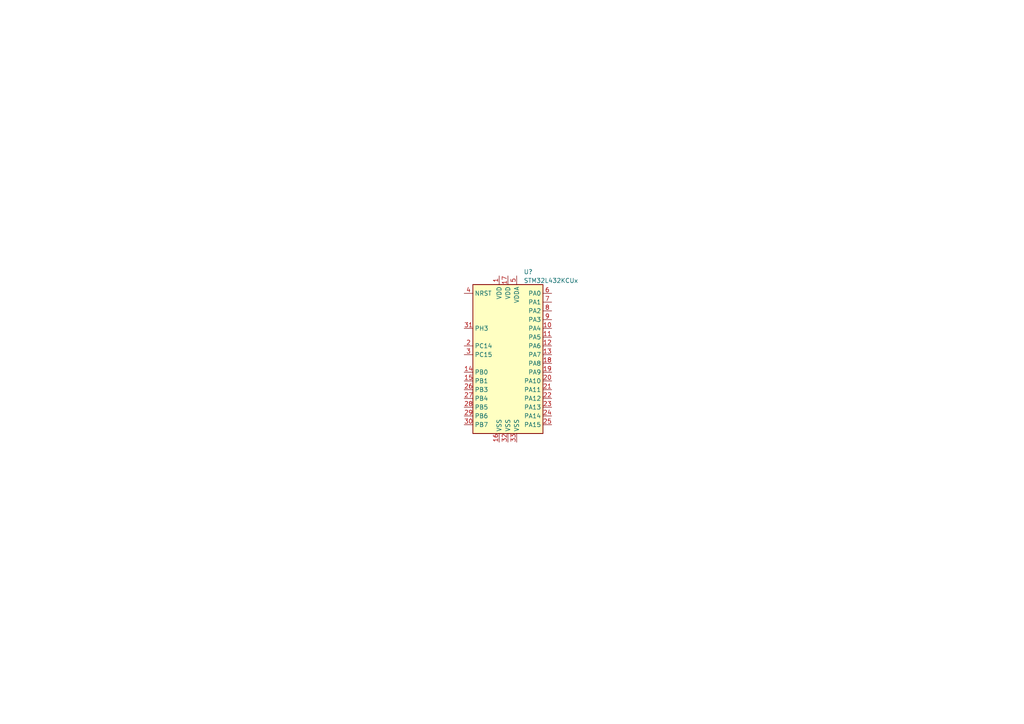
<source format=kicad_sch>
(kicad_sch (version 20211123) (generator eeschema)
  (paper "A4")
  (title_block (title "BUTCube - Sun sensor") (date "2022-06-16") (rev "v1.0") (company "VUT - FIT(STRaDe) & FME(IAE & IPE)") (comment 1 "Author: Petr Malaník"))
  (lib_symbols
    (symbol "Connector:TestPoint" (pin_numbers hide) (pin_names (offset 0.762) hide)
      (property "Reference" "TP" (at 0 6.858 0))
      (property "Value" "TestPoint" (at 0 5.08 0))
      (symbol "TestPoint_0_1"
        (circle (center 0 3.302) (radius 0.762))
      )
      (symbol "TestPoint_1_1"
        (pin passive line (at 0 0 90) (length 2.54) (name "1") (number "1"))
      )
    )
    (symbol "Connector_Generic_MountingPin:Conn_01x03_MountingPin" (pin_names (offset 1.016) hide)
      (property "Reference" "J" (at 0 5.08 0))
      (property "Value" "Conn_01x03_MountingPin" (at 1.27 -5.08 0))
      (symbol "Conn_01x03_MountingPin_1_1"
        (rectangle (start -1.27 -2.413) (end 0 -2.667) (stroke (width 0.1524)))
        (rectangle (start -1.27 0.127) (end 0 -0.127) (stroke (width 0.1524)))
        (rectangle (start -1.27 2.667) (end 0 2.413) (stroke (width 0.1524)))
        (rectangle (start -1.27 3.81) (end 1.27 -3.81) (stroke (width 0.254)) (fill (type background)))
        (polyline (pts (xy -1.016 -4.572) (xy 1.016 -4.572)) (stroke (width 0.1524)))
        (text "Mounting" (at 0 -4.191 0) (effects (font (size 0.381 0.381))))
        (pin passive line (at -5.08 2.54 0) (length 3.81) (name "Pin_1") (number "1"))
        (pin passive line (at -5.08 0 0) (length 3.81) (name "Pin_2") (number "2"))
        (pin passive line (at -5.08 -2.54 0) (length 3.81) (name "Pin_3") (number "3"))
        (pin passive line (at 0 -7.62 90) (length 3.048) (name "MountPin") (number "MP"))
      )
    )
    (symbol "Connector_Generic_MountingPin:Conn_01x04_MountingPin" (pin_names (offset 1.016) hide)
      (property "Reference" "J" (at 0 5.08 0))
      (property "Value" "Conn_01x04_MountingPin" (at 1.27 -7.62 0))
      (symbol "Conn_01x04_MountingPin_1_1"
        (rectangle (start -1.27 -4.953) (end 0 -5.207) (stroke (width 0.1524)))
        (rectangle (start -1.27 -2.413) (end 0 -2.667) (stroke (width 0.1524)))
        (rectangle (start -1.27 0.127) (end 0 -0.127) (stroke (width 0.1524)))
        (rectangle (start -1.27 2.667) (end 0 2.413) (stroke (width 0.1524)))
        (rectangle (start -1.27 3.81) (end 1.27 -6.35) (stroke (width 0.254)) (fill (type background)))
        (polyline (pts (xy -1.016 -7.112) (xy 1.016 -7.112)) (stroke (width 0.1524)))
        (text "Mounting" (at 0 -6.731 0) (effects (font (size 0.381 0.381))))
        (pin passive line (at -5.08 2.54 0) (length 3.81) (name "Pin_1") (number "1"))
        (pin passive line (at -5.08 0 0) (length 3.81) (name "Pin_2") (number "2"))
        (pin passive line (at -5.08 -2.54 0) (length 3.81) (name "Pin_3") (number "3"))
        (pin passive line (at -5.08 -5.08 0) (length 3.81) (name "Pin_4") (number "4"))
        (pin passive line (at 0 -10.16 90) (length 3.048) (name "MountPin") (number "MP"))
      )
    )
    (symbol "Device:C" (pin_numbers hide) (pin_names (offset 0.254))
      (property "Reference" "C" (at 0.635 2.54 0))
      (property "Value" "C" (at 0.635 -2.54 0))
      (symbol "C_0_1"
        (polyline (pts (xy -2.032 -0.762) (xy 2.032 -0.762)) (stroke (width 0.508)))
        (polyline (pts (xy -2.032 0.762) (xy 2.032 0.762)) (stroke (width 0.508)))
      )
      (symbol "C_1_1"
        (pin passive line (at 0 3.81 270) (length 2.794) (name "~") (number "1"))
        (pin passive line (at 0 -3.81 90) (length 2.794) (name "~") (number "2"))
      )
    )
    (symbol "Device:LED" (pin_numbers hide) (pin_names (offset 1.016) hide)
      (property "Reference" "D" (at 0 2.54 0))
      (property "Value" "LED" (at 0 -2.54 0))
      (symbol "LED_0_1"
        (polyline (pts (xy -1.27 -1.27) (xy -1.27 1.27)) (stroke (width 0.254)))
        (polyline (pts (xy -1.27 0) (xy 1.27 0)))
        (polyline (pts (xy 1.27 -1.27) (xy 1.27 1.27) (xy -1.27 0) (xy 1.27 -1.27)) (stroke (width 0.254)))
        (polyline (pts (xy -3.048 -0.762) (xy -4.572 -2.286) (xy -3.81 -2.286) (xy -4.572 -2.286) (xy -4.572 -1.524)))
        (polyline (pts (xy -1.778 -0.762) (xy -3.302 -2.286) (xy -2.54 -2.286) (xy -3.302 -2.286) (xy -3.302 -1.524)))
      )
      (symbol "LED_1_1"
        (pin passive line (at -3.81 0 0) (length 2.54) (name "K") (number "1"))
        (pin passive line (at 3.81 0 180) (length 2.54) (name "A") (number "2"))
      )
    )
    (symbol "Device:R" (pin_numbers hide) (pin_names (offset 0))
      (property "Reference" "R" (at 2.032 0 90))
      (property "Value" "R" (at 0 0 90))
      (symbol "R_0_1"
        (rectangle (start -1.016 -2.54) (end 1.016 2.54) (stroke (width 0.254)))
      )
      (symbol "R_1_1"
        (pin passive line (at 0 3.81 270) (length 1.27) (name "~") (number "1"))
        (pin passive line (at 0 -3.81 90) (length 1.27) (name "~") (number "2"))
      )
    )
    (symbol "Interface_CAN_LIN:SN65HVD230" (pin_names (offset 1.016))
      (property "Reference" "U" (at -2.54 10.16 0))
      (property "Value" "SN65HVD230" (at -2.54 7.62 0))
      (symbol "SN65HVD230_0_1"
        (rectangle (start -7.62 5.08) (end 7.62 -7.62) (stroke (width 0.254)) (fill (type background)))
      )
      (symbol "SN65HVD230_1_1"
        (pin input line (at -10.16 2.54 0) (length 2.54) (name "D") (number "1"))
        (pin power_in line (at 0 -10.16 90) (length 2.54) (name "GND") (number "2"))
        (pin power_in line (at 0 7.62 270) (length 2.54) (name "VCC") (number "3"))
        (pin output line (at -10.16 0 0) (length 2.54) (name "R") (number "4"))
        (pin output line (at -10.16 -2.54 0) (length 2.54) (name "Vref") (number "5"))
        (pin bidirectional line (at 10.16 -2.54 180) (length 2.54) (name "CANL") (number "6"))
        (pin bidirectional line (at 10.16 0 180) (length 2.54) (name "CANH") (number "7"))
        (pin input line (at -10.16 -5.08 0) (length 2.54) (name "Rs") (number "8"))
      )
    )
    (symbol "Jumper:Jumper_2_Open" (pin_names (offset 0) hide)
      (property "Reference" "JP" (at 0 2.794 0))
      (property "Value" "Jumper_2_Open" (at 0 -2.286 0))
      (symbol "Jumper_2_Open_0_0"
        (circle (center -2.032 0) (radius 0.508))
        (circle (center 2.032 0) (radius 0.508))
      )
      (symbol "Jumper_2_Open_0_1"
        (arc (start 1.524 1.27) (mid 0 1.778) (end -1.524 1.27))
      )
      (symbol "Jumper_2_Open_1_1"
        (pin passive line (at -5.08 0 0) (length 2.54) (name "A") (number "1"))
        (pin passive line (at 5.08 0 180) (length 2.54) (name "B") (number "2"))
      )
    )
    (symbol "LED_1" (pin_numbers hide) (pin_names (offset 1.016) hide)
      (property "Reference" "D" (at 0 2.54 0))
      (property "Value" "LED_1" (at 0 -2.54 0))
      (symbol "LED_1_0_1"
        (polyline (pts (xy -1.27 -1.27) (xy -1.27 1.27)) (stroke (width 0.254)))
        (polyline (pts (xy -1.27 0) (xy 1.27 0)))
        (polyline (pts (xy 1.27 -1.27) (xy 1.27 1.27) (xy -1.27 0) (xy 1.27 -1.27)) (stroke (width 0.254)))
        (polyline (pts (xy -3.048 -0.762) (xy -4.572 -2.286) (xy -3.81 -2.286) (xy -4.572 -2.286) (xy -4.572 -1.524)))
        (polyline (pts (xy -1.778 -0.762) (xy -3.302 -2.286) (xy -2.54 -2.286) (xy -3.302 -2.286) (xy -3.302 -1.524)))
      )
      (symbol "LED_1_1_1"
        (pin passive line (at -3.81 0 0) (length 2.54) (name "K") (number "1"))
        (pin passive line (at 3.81 0 180) (length 2.54) (name "A") (number "2"))
      )
    )
    (symbol "MCU_ST_STM32L4:STM32L432KCUx"
      (property "Reference" "U" (at -10.16 21.59 0))
      (property "Value" "STM32L432KCUx" (at 5.08 21.59 0))
      (symbol "STM32L432KCUx_0_1"
        (rectangle (start -10.16 -22.86) (end 10.16 20.32) (stroke (width 0.254)) (fill (type background)))
      )
      (symbol "STM32L432KCUx_1_1"
        (pin power_in line (at -2.54 22.86 270) (length 2.54) (name "VDD") (number "1"))
        (pin bidirectional line (at 12.7 7.62 180) (length 2.54) (name "PA4") (number "10"))
        (pin bidirectional line (at 12.7 5.08 180) (length 2.54) (name "PA5") (number "11"))
        (pin bidirectional line (at 12.7 2.54 180) (length 2.54) (name "PA6") (number "12"))
        (pin bidirectional line (at 12.7 0 180) (length 2.54) (name "PA7") (number "13"))
        (pin bidirectional line (at -12.7 -5.08 0) (length 2.54) (name "PB0") (number "14"))
        (pin bidirectional line (at -12.7 -7.62 0) (length 2.54) (name "PB1") (number "15"))
        (pin power_in line (at -2.54 -25.4 90) (length 2.54) (name "VSS") (number "16"))
        (pin power_in line (at 0 22.86 270) (length 2.54) (name "VDD") (number "17"))
        (pin bidirectional line (at 12.7 -2.54 180) (length 2.54) (name "PA8") (number "18"))
        (pin bidirectional line (at 12.7 -5.08 180) (length 2.54) (name "PA9") (number "19"))
        (pin bidirectional line (at -12.7 2.54 0) (length 2.54) (name "PC14") (number "2"))
        (pin bidirectional line (at 12.7 -7.62 180) (length 2.54) (name "PA10") (number "20"))
        (pin bidirectional line (at 12.7 -10.16 180) (length 2.54) (name "PA11") (number "21"))
        (pin bidirectional line (at 12.7 -12.7 180) (length 2.54) (name "PA12") (number "22"))
        (pin bidirectional line (at 12.7 -15.24 180) (length 2.54) (name "PA13") (number "23"))
        (pin bidirectional line (at 12.7 -17.78 180) (length 2.54) (name "PA14") (number "24"))
        (pin bidirectional line (at 12.7 -20.32 180) (length 2.54) (name "PA15") (number "25"))
        (pin bidirectional line (at -12.7 -10.16 0) (length 2.54) (name "PB3") (number "26"))
        (pin bidirectional line (at -12.7 -12.7 0) (length 2.54) (name "PB4") (number "27"))
        (pin bidirectional line (at -12.7 -15.24 0) (length 2.54) (name "PB5") (number "28"))
        (pin bidirectional line (at -12.7 -17.78 0) (length 2.54) (name "PB6") (number "29"))
        (pin bidirectional line (at -12.7 0 0) (length 2.54) (name "PC15") (number "3"))
        (pin bidirectional line (at -12.7 -20.32 0) (length 2.54) (name "PB7") (number "30"))
        (pin bidirectional line (at -12.7 7.62 0) (length 2.54) (name "PH3") (number "31"))
        (pin power_in line (at 0 -25.4 90) (length 2.54) (name "VSS") (number "32"))
        (pin power_in line (at 2.54 -25.4 90) (length 2.54) (name "VSS") (number "33"))
        (pin input line (at -12.7 17.78 0) (length 2.54) (name "NRST") (number "4"))
        (pin power_in line (at 2.54 22.86 270) (length 2.54) (name "VDDA") (number "5"))
        (pin bidirectional line (at 12.7 17.78 180) (length 2.54) (name "PA0") (number "6"))
        (pin bidirectional line (at 12.7 15.24 180) (length 2.54) (name "PA1") (number "7"))
        (pin bidirectional line (at 12.7 12.7 180) (length 2.54) (name "PA2") (number "8"))
        (pin bidirectional line (at 12.7 10.16 180) (length 2.54) (name "PA3") (number "9"))
      )
    )
    (symbol "Mechanical:MountingHole_Pad" (pin_numbers hide) (pin_names (offset 1.016) hide)
      (property "Reference" "H" (at 0 6.35 0))
      (property "Value" "MountingHole_Pad" (at 0 4.445 0))
      (symbol "MountingHole_Pad_0_1"
        (circle (center 0 1.27) (radius 1.27) (stroke (width 1.27)))
      )
      (symbol "MountingHole_Pad_1_1"
        (pin input line (at 0 -2.54 90) (length 2.54) (name "1") (number "1"))
      )
    )
    (symbol "Power_Protection:NUP2105L" (pin_names hide)
      (property "Reference" "D" (at 5.715 2.54 0))
      (property "Value" "NUP2105L" (at 5.715 0.635 0))
      (symbol "NUP2105L_0_0"
        (pin passive line (at 0 -5.08 90) (length 2.54) (name "A") (number "3"))
      )
      (symbol "NUP2105L_0_1"
        (rectangle (start -4.445 2.54) (end 4.445 -2.54) (stroke (width 0.254)) (fill (type background)))
        (polyline (pts (xy -2.54 2.54) (xy -2.54 0.635)))
        (polyline (pts (xy 0 -1.27) (xy 0 -2.54)))
        (polyline (pts (xy 2.54 2.54) (xy 2.54 0.635)))
        (polyline (pts (xy -3.81 1.27) (xy -3.175 0.635) (xy -1.905 0.635) (xy -1.27 0)))
        (polyline (pts (xy -2.54 0.635) (xy -2.54 -1.27) (xy 2.54 -1.27) (xy 2.54 0.635)))
        (polyline (pts (xy -2.54 0.635) (xy -1.905 -0.635) (xy -3.175 -0.635) (xy -2.54 0.635)))
        (polyline (pts (xy 2.54 0.635) (xy 1.905 -0.635) (xy 3.175 -0.635) (xy 2.54 0.635)))
        (polyline (pts (xy 2.54 0.635) (xy 3.175 1.905) (xy 1.905 1.905) (xy 2.54 0.635)))
        (polyline (pts (xy -2.54 0.635) (xy -3.175 1.905) (xy -1.905 1.905) (xy -2.54 0.635) (xy -2.54 1.27)))
        (polyline (pts (xy 1.27 1.27) (xy 1.905 0.635) (xy 2.54 0.635) (xy 3.175 0.635) (xy 3.81 0)))
      )
      (symbol "NUP2105L_1_1"
        (pin passive line (at -2.54 5.08 270) (length 2.54) (name "K") (number "1"))
        (pin passive line (at 2.54 5.08 270) (length 2.54) (name "K") (number "2"))
      )
    )
    (symbol "Switch:SW_Push" (pin_numbers hide) (pin_names (offset 1.016) hide)
      (property "Reference" "SW" (at 1.27 2.54 0))
      (property "Value" "SW_Push" (at 0 -1.524 0))
      (symbol "SW_Push_0_1"
        (circle (center -2.032 0) (radius 0.508))
        (polyline (pts (xy 0 1.27) (xy 0 3.048)))
        (polyline (pts (xy 2.54 1.27) (xy -2.54 1.27)))
        (circle (center 2.032 0) (radius 0.508))
        (pin passive line (at -5.08 0 0) (length 2.54) (name "1") (number "1"))
        (pin passive line (at 5.08 0 180) (length 2.54) (name "2") (number "2"))
      )
    )
    (symbol "TCY_IC:STM6822"
      (property "Reference" "U" (at 6.35 13.97 0))
      (property "Value" "STM6822" (at 6.35 16.51 0))
      (symbol "STM6822_0_1"
        (rectangle (start -6.35 11.43) (end 6.35 0) (stroke (width 0.1524)) (fill (type background)))
      )
      (symbol "STM6822_1_1"
        (pin open_collector line (at 8.89 6.35 180) (length 2.54) (name "~{RST}") (number "1"))
        (pin passive line (at 0 -2.54 90) (length 2.54) (name "GND") (number "2"))
        (pin input line (at -8.89 3.81 0) (length 2.54) (name "~{MR}") (number "3"))
        (pin input line (at -8.89 8.89 0) (length 2.54) (name "WDI") (number "4"))
        (pin power_in line (at 0 13.97 270) (length 2.54) (name "VCC") (number "5"))
      )
    )
    (symbol "TCY_memory:FM25Lxx"
      (property "Reference" "U" (at -7.62 6.35 0))
      (property "Value" "FM25Lxx" (at 2.54 -6.35 0))
      (symbol "FM25Lxx_1_1"
        (rectangle (start -7.62 5.08) (end 7.62 -5.08) (stroke (width 0.254)) (fill (type background)))
        (pin input line (at -10.16 -2.54 0) (length 2.54) (name "~{CS}") (number "1"))
        (pin tri_state line (at 10.16 -2.54 180) (length 2.54) (name "MISO") (number "2"))
        (pin input line (at -10.16 2.54 0) (length 2.54) (name "~{WP}") (number "3"))
        (pin power_in line (at 0 -7.62 90) (length 2.54) (name "GND") (number "4"))
        (pin input line (at 10.16 0 180) (length 2.54) (name "MOSI") (number "5"))
        (pin input line (at 10.16 2.54 180) (length 2.54) (name "SCK") (number "6"))
        (pin input line (at -10.16 0 0) (length 2.54) (name "~{HOLD}") (number "7"))
        (pin power_in line (at 0 7.62 270) (length 2.54) (name "VCC") (number "8"))
        (pin passive line (at 0 -7.62 90) (length 2.54) hide (name "GND") (number "9"))
      )
    )
    (symbol "TCY_ocillators:ECS-TXO-3225" (pin_names (offset 0.254))
      (property "Reference" "X" (at -6.35 6.35 0))
      (property "Value" "ECS-TXO-3225" (at 1.27 6.35 0))
      (symbol "ECS-TXO-3225_0_1"
        (rectangle (start -5.08 5.08) (end 5.08 -5.08) (stroke (width 0.254)) (fill (type background)))
        (polyline (pts (xy -2.54 -0.635) (xy -1.905 -0.635) (xy -1.905 0.635) (xy -1.27 0.635) (xy -1.27 -0.635) (xy -0.635 -0.635) (xy -0.635 0.635) (xy 0 0.635) (xy 0 -0.635)))
      )
      (symbol "ECS-TXO-3225_1_1"
        (pin no_connect line (at -7.62 0 0) (length 2.54) hide (name "NC") (number "1"))
        (pin power_in line (at 0 -7.62 90) (length 2.54) (name "GND") (number "2"))
        (pin output line (at 7.62 0 180) (length 2.54) (name "OUT") (number "3"))
        (pin power_in line (at 0 7.62 270) (length 2.54) (name "VCC") (number "4"))
      )
    )
    (symbol "TCY_ocillators:SiT1552AI" (pin_names (offset 0.254))
      (property "Reference" "X" (at -6.35 6.35 0))
      (property "Value" "SiT1552AI" (at 1.27 6.35 0))
      (symbol "SiT1552AI_0_1"
        (rectangle (start -5.08 5.08) (end 5.08 -5.08) (stroke (width 0.254)) (fill (type background)))
        (polyline (pts (xy -2.54 -0.635) (xy -1.905 -0.635) (xy -1.905 0.635) (xy -1.27 0.635) (xy -1.27 -0.635) (xy -0.635 -0.635) (xy -0.635 0.635) (xy 0 0.635) (xy 0 -0.635)))
      )
      (symbol "SiT1552AI_1_1"
        (pin power_in line (at 0 -7.62 90) (length 2.54) (name "GND") (number "1"))
        (pin output line (at 7.62 0 180) (length 2.54) (name "OUT") (number "2"))
        (pin power_in line (at 0 7.62 270) (length 2.54) (name "VCC") (number "3"))
        (pin power_in line (at 0 -7.62 90) (length 2.54) hide (name "GND") (number "4"))
      )
    )
    (symbol "TCY_sensors:AT30TS74" (pin_names (offset 1.016))
      (property "Reference" "U" (at -6.35 11.43 0))
      (property "Value" "AT30TS74" (at 0 11.43 0))
      (symbol "AT30TS74_0_1"
        (rectangle (start -7.62 10.16) (end 7.62 -10.16) (stroke (width 0.254)) (fill (type background)))
        (circle (center -0.127 -2.54) (radius 1.27) (stroke (width 0.254)) (fill (type outline)))
        (polyline (pts (xy -0.762 0.635) (xy -0.127 0.635)) (stroke (width 0.254)))
        (polyline (pts (xy -0.762 1.27) (xy -0.127 1.27)) (stroke (width 0.254)))
        (polyline (pts (xy -0.762 1.905) (xy -0.127 1.905)) (stroke (width 0.254)))
        (polyline (pts (xy -0.762 2.54) (xy -0.127 2.54)) (stroke (width 0.254)))
        (polyline (pts (xy -0.762 3.175) (xy -0.762 0)) (stroke (width 0.254)))
        (polyline (pts (xy -0.762 3.175) (xy -0.127 3.175)) (stroke (width 0.254)))
        (polyline (pts (xy 0.508 3.175) (xy 0.508 0)) (stroke (width 0.254)))
        (rectangle (start 0.508 -1.905) (end -0.762 0) (stroke (width 0.254)) (fill (type outline)))
        (arc (start 0.508 3.175) (mid -0.127 3.81) (end -0.762 3.175) (stroke (width 0.254)))
      )
      (symbol "AT30TS74_1_1"
        (pin bidirectional line (at -10.16 0 0) (length 2.54) (name "SDA") (number "1"))
        (pin input line (at -10.16 -2.54 0) (length 2.54) (name "SCL") (number "2"))
        (pin open_collector line (at -10.16 3.81 0) (length 2.54) (name "ALERT") (number "3"))
        (pin power_in line (at 0 -12.7 90) (length 2.54) (name "GND") (number "4"))
        (pin input line (at 10.16 -2.54 180) (length 2.54) (name "A2") (number "5"))
        (pin input line (at 10.16 0 180) (length 2.54) (name "A1") (number "6"))
        (pin input line (at 10.16 2.54 180) (length 2.54) (name "A0") (number "7"))
        (pin power_in line (at 0 12.7 270) (length 2.54) (name "VCC") (number "8"))
        (pin power_in line (at 0 -12.7 90) (length 2.54) hide (name "GND") (number "9"))
      )
    )
    (symbol "power:+3.3V" (power) (pin_names (offset 0))
      (property "Value" "+3.3V" (at 0 3.556 0))
      (symbol "+3.3V_0_1"
        (polyline (pts (xy -0.762 1.27) (xy 0 2.54)))
        (polyline (pts (xy 0 0) (xy 0 2.54)))
        (polyline (pts (xy 0 2.54) (xy 0.762 1.27)))
      )
      (symbol "+3.3V_1_1"
        (pin power_in line (at 0 0 90) (length 0) hide (name "+3V3") (number "1"))
      )
    )
    (symbol "power:+3V3" (power) (pin_names (offset 0))
      (property "Value" "+3V3" (at 0 3.556 0))
      (symbol "+3V3_0_1"
        (polyline (pts (xy -0.762 1.27) (xy 0 2.54)))
        (polyline (pts (xy 0 0) (xy 0 2.54)))
        (polyline (pts (xy 0 2.54) (xy 0.762 1.27)))
      )
      (symbol "+3V3_1_1"
        (pin power_in line (at 0 0 90) (length 0) hide (name "+3V3") (number "1"))
      )
    )
    (symbol "power:GND" (power) (pin_names (offset 0))
      (property "Value" "GND" (at 0 -3.81 0))
      (symbol "GND_0_1"
        (polyline (pts (xy 0 0) (xy 0 -1.27) (xy 1.27 -1.27) (xy 0 -2.54) (xy -1.27 -1.27) (xy 0 -1.27)))
      )
      (symbol "GND_1_1"
        (pin power_in line (at 0 0 270) (length 0) hide (name "GND") (number "1"))
      )
    )
  )
  (junction (at -54.61 157.48) (diameter 0.9144))
  (junction (at -57.15 66.04) (diameter 0.9144))
  (junction (at -48.26 66.04) (diameter 0.9144))
  (junction (at -48.26 55.88) (diameter 0.9144))
  (junction (at -22.86 -30.48) (diameter 0.9144))
  (junction (at 132.08 -25.4))
  (junction (at -109.22 69.85) (diameter 0.9144))
  (junction (at 355.6 113.03) (diameter 0.9144))
  (junction (at 132.08 -22.86))
  (junction (at -60.96 157.48) (diameter 0.9144))
  (junction (at 342.9 119.38) (diameter 0.9144))
  (junction (at -48.26 76.2) (diameter 0.9144))
  (junction (at -69.85 63.5) (diameter 0.9144))
  (junction (at -69.85 68.58) (diameter 0.9144))
  (no_connect (at -44.45 -27.94))
  (no_connect (at 109.22 -29.21))
  (bus_entry (at -29.21 53.34) (size -2.54 2.54))
  (bus_entry (at -29.21 73.66) (size -2.54 2.54))
  (wire (pts (xy -22.86 -30.48) (xy -21.59 -30.48)))
  (wire (pts (xy 109.22 -25.4) (xy 100.33 -25.4)))
  (wire (pts (xy 132.08 -22.86) (xy 132.08 -25.4)))
  (wire (pts (xy 335.28 124.46) (xy 345.44 124.46)))
  (wire (pts (xy -48.26 55.88) (xy -69.85 55.88)))
  (wire (pts (xy -44.45 157.48) (xy -39.37 157.48)))
  (wire (pts (xy 132.08 -27.94) (xy 129.54 -27.94)))
  (wire (pts (xy -88.9 53.34) (xy -88.9 57.15)))
  (wire (pts (xy 55.88 -24.13) (xy 46.99 -24.13)))
  (wire (pts (xy 55.88 -26.67) (xy 46.99 -26.67)))
  (wire (pts (xy -48.26 74.93) (xy -48.26 76.2)))
  (wire (pts (xy -69.85 55.88) (xy -69.85 63.5)))
  (wire (pts (xy -26.67 -30.48) (xy -22.86 -30.48)))
  (wire (pts (xy 375.92 119.38) (xy 365.76 119.38)))
  (wire (pts (xy 242.57 -27.94) (xy 242.57 -25.4)))
  (wire (pts (xy 358.14 24.13) (xy 347.98 24.13)))
  (wire (pts (xy 166.37 -25.4) (xy 166.37 -24.13)))
  (wire (pts (xy 109.22 -22.86) (xy 100.33 -22.86)))
  (wire (pts (xy 48.26 -17.78) (xy 48.26 -19.05)))
  (wire (pts (xy 227.33 -27.94) (xy 227.33 -25.4)))
  (wire (pts (xy 55.88 -21.59) (xy 46.99 -21.59)))
  (wire (pts (xy 175.26 -25.4) (xy 175.26 -24.13)))
  (wire (pts (xy -69.85 67.31) (xy -69.85 68.58)))
  (wire (pts (xy 250.19 -17.78) (xy 257.81 -17.78)))
  (wire (pts (xy 355.6 110.49) (xy 355.6 113.03)))
  (wire (pts (xy -69.85 64.77) (xy -69.85 63.5)))
  (wire (pts (xy 175.26 -36.83) (xy 175.26 -33.02)))
  (wire (pts (xy 375.92 121.92) (xy 365.76 121.92)))
  (wire (pts (xy 48.26 -19.05) (xy 46.99 -19.05)))
  (wire (pts (xy -48.26 76.2) (xy -31.75 76.2)))
  (wire (pts (xy 307.34 -33.02) (xy 307.34 -30.48)))
  (wire (pts (xy 330.2 21.59) (xy 320.04 21.59)))
  (wire (pts (xy 330.2 -22.86) (xy 337.82 -22.86)))
  (wire (pts (xy -48.26 64.77) (xy -48.26 66.04)))
  (wire (pts (xy -57.15 66.04) (xy -57.15 68.58)))
  (wire (pts (xy -78.74 67.31) (xy -69.85 67.31)))
  (wire (pts (xy 100.33 -49.53) (xy 100.33 -46.99)))
  (wire (pts (xy -106.68 62.23) (xy -99.06 62.23)))
  (wire (pts (xy -116.84 69.85) (xy -109.22 69.85)))
  (wire (pts (xy 166.37 -36.83) (xy 166.37 -33.02)))
  (wire (pts (xy -54.61 157.48) (xy -52.07 157.48)))
  (wire (pts (xy -69.85 68.58) (xy -69.85 76.2)))
  (wire (pts (xy -54.61 157.48) (xy -54.61 160.02)))
  (wire (pts (xy 342.9 121.92) (xy 342.9 119.38)))
  (wire (pts (xy -106.68 64.77) (xy -99.06 64.77)))
  (wire (pts (xy -48.26 55.88) (xy -48.26 57.15)))
  (wire (pts (xy -78.74 64.77) (xy -69.85 64.77)))
  (wire (pts (xy 330.2 24.13) (xy 320.04 24.13)))
  (wire (pts (xy -48.26 76.2) (xy -69.85 76.2)))
  (wire (pts (xy -60.96 167.64) (xy -60.96 170.18)))
  (wire (pts (xy 375.92 124.46) (xy 365.76 124.46)))
  (bus (pts (xy -29.21 53.34) (xy -29.21 73.66)))
  (wire (pts (xy 129.54 -22.86) (xy 132.08 -22.86)))
  (wire (pts (xy -60.96 144.78) (xy -60.96 147.32)))
  (wire (pts (xy 326.39 110.49) (xy 326.39 113.03)))
  (wire (pts (xy -48.26 67.31) (xy -48.26 66.04)))
  (wire (pts (xy 342.9 119.38) (xy 345.44 119.38)))
  (wire (pts (xy -59.69 66.04) (xy -57.15 66.04)))
  (wire (pts (xy 132.08 -25.4) (xy 132.08 -27.94)))
  (wire (pts (xy -60.96 154.94) (xy -60.96 157.48)))
  (wire (pts (xy -15.24 -52.07) (xy -15.24 -49.53)))
  (wire (pts (xy 355.6 113.03) (xy 355.6 114.3)))
  (wire (pts (xy -11.43 -30.48) (xy -5.08 -30.48)))
  (wire (pts (xy 175.26 -16.51) (xy 175.26 -12.7)))
  (wire (pts (xy 358.14 21.59) (xy 347.98 21.59)))
  (wire (pts (xy 342.9 113.03) (xy 355.6 113.03)))
  (wire (pts (xy -54.61 -33.02) (xy -44.45 -33.02)))
  (wire (pts (xy -60.96 157.48) (xy -54.61 157.48)))
  (wire (pts (xy 342.9 119.38) (xy 342.9 113.03)))
  (wire (pts (xy 166.37 -16.51) (xy 166.37 -12.7)))
  (wire (pts (xy -48.26 66.04) (xy -38.1 66.04)))
  (wire (pts (xy -106.68 67.31) (xy -99.06 67.31)))
  (wire (pts (xy -57.15 66.04) (xy -55.88 66.04)))
  (wire (pts (xy -109.22 69.85) (xy -99.06 69.85)))
  (wire (pts (xy 322.58 -33.02) (xy 322.58 -30.48)))
  (wire (pts (xy -35.56 -41.91) (xy -35.56 -38.1)))
  (bus (pts (xy -29.21 44.45) (xy -29.21 53.34)))
  (wire (pts (xy 132.08 -22.86) (xy 132.08 -12.7)))
  (wire (pts (xy 345.44 121.92) (xy 342.9 121.92)))
  (wire (pts (xy -60.96 157.48) (xy -60.96 160.02)))
  (wire (pts (xy -48.26 55.88) (xy -31.75 55.88)))
  (wire (pts (xy -114.3 48.26) (xy -114.3 50.8)))
  (wire (pts (xy 129.54 -25.4) (xy 132.08 -25.4)))
  (text "Watchdog timer: 1.6s\nReset impulse length: 240ms\nVoltage threshold: 2.0V" (at -64.77 -38.1 0) (effects (font (size 1.27 1.27)) (justify left bottom)))
  (text "Decoupling" (at -116.84 59.69 90) (effects (font (size 1.27 1.27)) (justify left bottom)))
  (text "WATCHDOG" (at -43.18 -53.34 0) (effects (font (size 2 2) (thickness 0.4) bold) (justify left bottom)))
  (text "Reset button is separated from Watchdog, to enable\nreset by button when watchdog is disconnected" (at -85.09 137.16 0) (effects (font (size 1.27 1.27)) (justify left bottom)))
  (text "Decoupling" (at 97.79 -38.1 90) (effects (font (size 1.27 1.27)) (justify left bottom)))
  (text "Reset" (at -64.77 132.08 0) (effects (font (size 2 2) (thickness 0.4) bold) (justify left bottom)))
  (text "Decoupling" (at 224.79 -16.51 90) (effects (font (size 1.27 1.27)) (justify left bottom)))
  (text "Debug & Program" (at 327.66 13.97 0) (effects (font (size 2 2) (thickness 0.4) bold) (justify left bottom)))
  (text "Jumper to disconnect\nwatchdog from MCU" (at -22.86 -22.86 0) (effects (font (size 1.27 1.27)) (justify left bottom)))
  (text "CAN BUS" (at -82.55 38.1 0) (effects (font (size 2 2) (thickness 0.4) bold) (justify left bottom)))
  (text "Decoupling" (at 323.85 121.92 90) (effects (font (size 1.27 1.27)) (justify left bottom)))
  (text "Decoupling" (at -17.78 -40.64 90) (effects (font (size 1.27 1.27)) (justify left bottom)))
  (text "Decoupling" (at 304.8 -21.59 90) (effects (font (size 1.27 1.27)) (justify left bottom)))
  (text "RS pin switch between high-speed and low-power mode\nRS=VCC -> High-speed, RS=GND = Low-power" (at -106.68 81.28 0) (effects (font (size 1.27 1.27)) (justify left bottom)))
  (text "Low-Speed oscillator" (at 303.53 -38.1 0) (effects (font (size 2 2) (thickness 0.4) bold) (justify left bottom)))
  (text "FRAM" (at 349.25 102.87 0) (effects (font (size 2 2) (thickness 0.4) bold) (justify left bottom)))
  (text "SPI Mode 0 (CPOL=0, CPHA=0)" (at 345.44 135.89 0) (effects (font (size 1.27 1.27)) (justify left bottom)))
  (text "High-Speed oscillator" (at 222.25 -33.02 0) (effects (font (size 2 2) (thickness 0.4) bold) (justify left bottom)))
  (label "CAN_RS" (at -116.84 69.85 0))
  (label "SWCLK" (at 347.98 21.59 0))
  (label "CAN.H" (at -41.91 55.88 0))
  (label "DBG_RX" (at 320.04 24.13 0))
  (label "LED1" (at 166.37 -12.7 90))
  (label "SPI_SCK" (at 375.92 119.38 180))
  (label "HSE" (at 257.81 -17.78 180))
  (label "I2C.SCL" (at 100.33 -22.86 0))
  (label "CAN_TX" (at -106.68 62.23 0))
  (label "SUN_PWR" (at 55.88 -26.67 180))
  (label "MCU_POWER" (at 326.39 110.49 0))
  (label "SPI_MISO" (at 375.92 124.46 180))
  (label "SWDIO" (at 347.98 24.13 0))
  (label "MCU_POWER" (at 355.6 110.49 0))
  (label "CAN_RX" (at -106.68 64.77 0))
  (label "WDG_RESET" (at -54.61 -33.02 0))
  (label "SPI_MOSI" (at 375.92 121.92 180))
  (label "LED2" (at 175.26 -12.7 90))
  (label "LSE" (at 337.82 -22.86 180))
  (label "CAN.L" (at -41.91 76.2 0))
  (label "NRST" (at -5.08 -30.48 180))
  (label "I2C.SDA" (at 100.33 -25.4 0))
  (label "DBG_TX" (at 320.04 21.59 0))
  (label "VREF" (at -106.68 67.31 0))
  (label "VREF" (at -38.1 66.04 180))
  (label "CAN.L" (at 53.34 -21.59 180))
  (label "FRAM_CS" (at 335.28 124.46 0))
  (label "CAN.H" (at 53.34 -24.13 180))
  (label "NRST" (at -39.37 157.48 180))
  (hierarchical_label "CAN{H,L}" (shape input) (at -29.21 44.45 90))
  (symbol (lib_id "power:GND") (at 355.6 129.54 0) (unit 1)
    (property "Reference" "#PWR?" (effects hide))
    (property "Value" "GND" (effects hide))
  )
  (symbol (lib_id "power:GND") (at -54.61 170.18 0) (unit 1)
    (property "Reference" "#PWR?" (effects hide))
    (property "Value" "GND" (effects hide))
  )
  (symbol (lib_id "power:+3.3V") (at -60.96 144.78 0) (unit 1)
    (property "Reference" "#PWR?" (effects hide))
    (property "Value" "+3.3V" (at -60.96 141.1755 0))
  )
  (symbol (lib_id "TCY_IC:STM6822") (at -35.56 -24.13 0) (unit 1)
    (property "Reference" "U?" (at -32.0039 -39.6435 0) (effects (justify left)))
    (property "Value" "STM6822" (at -34.5439 -36.8684 0) (effects (justify left)))
    (property "Footprint" "Package_TO_SOT_SMD:SOT-23-5" (effects hide))
    (property "Datasheet" "https://www.st.com/resource/en/datasheet/stm6321.pdf" (effects hide))
  )
  (symbol (lib_id "power:+3.3V") (at 166.37 -36.83 0) (unit 1)
    (property "Reference" "#PWR?" (effects hide))
    (property "Value" "+3.3V" (at 166.37 -40.4345 0))
  )
  (symbol (lib_id "MCU_ST_STM32L4:STM32L432KCUx") (at 147.32 102.87 0) (unit 1)
    (property "Reference" "U?" (at 151.8794 78.8502 0) (effects (justify left)))
    (property "Value" "STM32L432KCUx" (at 151.8794 81.3871 0) (effects (justify left)))
    (property "Footprint" "Package_DFN_QFN:QFN-32-1EP_5x5mm_P0.5mm_EP3.45x3.45mm" (effects hide))
    (property "Datasheet" "http://www.st.com/st-web-ui/static/active/en/resource/technical/document/datasheet/DM00257205.pdf" (effects hide))
  )
  (symbol (lib_id "power:GND") (at 119.38 -12.7 0) (unit 1)
    (property "Reference" "#PWR?" (effects hide))
    (property "Value" "GND" (effects hide))
  )
  (symbol (lib_id "Device:C") (at 227.33 -21.59 0) (unit 1)
    (property "Reference" "C?" (at 230.2511 -22.4985 0) (effects (justify left)))
    (property "Value" "100nF" (at 230.2511 -19.7234 0) (effects (justify left)))
    (property "Footprint" "TCY_passives:C_0603_1608Metric" (effects hide))
  )
  (symbol (lib_id "power:GND") (at 349.25 66.04 0) (unit 1)
    (property "Reference" "#PWR?" (effects hide))
    (property "Value" "GND" (at 349.25 70.6026 0))
  )
  (symbol (lib_id "Device:C") (at -52.07 66.04 90) (unit 1)
    (property "Reference" "C?" (at -54.61 59.9144 90))
    (property "Value" "4.7nF" (at -53.34 62.6895 90))
    (property "Footprint" "TCY_passives:C_0603_1608Metric" (effects hide))
  )
  (symbol (lib_id "power:GND") (at 363.22 29.21 0) (unit 1)
    (property "Reference" "#PWR?" (effects hide))
    (property "Value" "GND" (effects hide))
  )
  (symbol (lib_id "Device:R") (at -109.22 73.66 0) (unit 1)
    (property "Reference" "R?" (at -116.3319 72.7515 0) (effects (justify left)))
    (property "Value" "100k" (at -116.3319 75.5266 0) (effects (justify left)))
    (property "Footprint" "TCY_passives:R_0603_1608Metric" (effects hide))
  )
  (symbol (lib_id "power:GND") (at -57.15 68.58 0) (unit 1)
    (property "Reference" "#PWR?" (effects hide))
    (property "Value" "GND" (effects hide))
  )
  (symbol (lib_id "power:GND") (at 330.2 19.05 270) (unit 1)
    (property "Reference" "#PWR?" (effects hide))
    (property "Value" "GND" (effects hide))
  )
  (symbol (lib_id "power:+3.3V") (at -35.56 -41.91 0) (unit 1)
    (property "Reference" "#PWR?" (effects hide))
    (property "Value" "+3.3V" (at -35.56 -45.5145 0))
  )
  (symbol (lib_id "Device:C") (at 100.33 -43.18 0) (unit 1)
    (property "Reference" "C?" (at 103.2511 -44.0885 0) (effects (justify left)))
    (property "Value" "100nF" (at 103.2511 -41.3134 0) (effects (justify left)))
    (property "Footprint" "TCY_passives:C_0603_1608Metric" (effects hide))
  )
  (symbol (lib_id "Connector:TestPoint") (at -22.86 -30.48 0) (unit 1)
    (property "Reference" "TP?" (at -24.0029 -39.58 0) (effects (justify left)))
    (property "Value" "WDG" (at -24.0029 -36.8049 0) (effects (justify left)))
    (property "Footprint" "TCY_connectors:TestPoint_Pad_D0.5mm" (effects hide))
  )
  (symbol (lib_id "power:+3.3V") (at 322.58 -33.02 0) (unit 1)
    (property "Reference" "#PWR?" (effects hide))
    (property "Value" "+3.3V" (at 322.58 -36.6245 0))
  )
  (symbol (lib_id "power:GND") (at 335.28 29.21 0) (unit 1)
    (property "Reference" "#PWR?" (effects hide))
    (property "Value" "GND" (effects hide))
  )
  (symbol (lib_id "power:GND") (at 322.58 -15.24 0) (unit 1)
    (property "Reference" "#PWR?" (effects hide))
    (property "Value" "GND" (effects hide))
  )
  (symbol (lib_id "Connector_Generic_MountingPin:Conn_01x03_MountingPin") (at 363.22 21.59 0) (unit 1)
    (property "Reference" "J?" (at 365.2521 22.7135 0) (effects (justify left)))
    (property "Value" "PROG" (at 365.2521 25.4886 0) (effects (justify left)))
    (property "Footprint" "TCY_connectors:Amphenol_10114830-11103LF_1x03_P1.25mm_Horizontal" (effects hide))
  )
  (symbol (lib_id "power:+3.3V") (at 242.57 -27.94 0) (unit 1)
    (property "Reference" "#PWR?" (effects hide))
    (property "Value" "+3.3V" (at 242.57 -31.5445 0))
  )
  (symbol (lib_id "power:+3.3V") (at 227.33 -27.94 0) (unit 1)
    (property "Reference" "#PWR?" (effects hide))
    (property "Value" "+3.3V" (at 227.33 -31.5445 0))
  )
  (symbol (lib_id "power:GND") (at -60.96 170.18 0) (unit 1)
    (property "Reference" "#PWR?" (effects hide))
    (property "Value" "GND" (effects hide))
  )
  (symbol (lib_id "Mechanical:MountingHole_Pad") (at 334.01 63.5 0) (unit 1)
    (property "Reference" "H?" (at 336.5501 62.4645 0) (effects (justify left)))
    (property "Value" "M3" (at 336.5501 65.2396 0) (effects (justify left)))
    (property "Footprint" "MountingHole:MountingHole_3.2mm_M3_Pad_Via" (effects hide))
  )
  (symbol (lib_id "Jumper:Jumper_2_Open") (at -16.51 -30.48 0) (unit 1)
    (property "Reference" "JP?" (at -16.51 -36.0976 0))
    (property "Value" "WDG" (at -16.51 -33.3225 0))
    (property "Footprint" "Jumper:SolderJumper-2_P1.3mm_Open_RoundedPad1.0x1.5mm" (effects hide))
  )
  (symbol (lib_id "Switch:SW_Push") (at -54.61 165.1 270) (unit 1)
    (property "Reference" "SW?" (at -51.435 168.91 0))
    (property "Value" "RST_BTN" (at -57.15 165.1 0))
    (property "Footprint" "TCY_buttons_switches:KMT031NGJLHS" (effects hide))
  )
  (symbol (lib_id "power:GND") (at 41.91 -13.97 0) (mirror y) (unit 1)
    (property "Reference" "#PWR?" (effects hide))
    (property "Value" "GND" (effects hide))
  )
  (symbol (lib_id "power:GND") (at -109.22 77.47 0) (unit 1)
    (property "Reference" "#PWR?" (effects hide))
    (property "Value" "GND" (effects hide))
  )
  (symbol (lib_id "power:GND") (at 227.33 -17.78 0) (unit 1)
    (property "Reference" "#PWR?" (effects hide))
    (property "Value" "GND" (effects hide))
  )
  (symbol (lib_id "power:GND") (at 334.01 66.04 0) (unit 1)
    (property "Reference" "#PWR?" (effects hide))
    (property "Value" "GND" (at 334.01 70.6026 0))
  )
  (symbol (lib_id "power:GND") (at -114.3 58.42 0) (unit 1)
    (property "Reference" "#PWR?" (effects hide))
    (property "Value" "GND" (effects hide))
  )
  (symbol (lib_id "power:GND") (at 341.63 66.04 0) (unit 1)
    (property "Reference" "#PWR?" (effects hide))
    (property "Value" "GND" (at 341.63 70.6026 0))
  )
  (symbol (lib_id "power:GND") (at -35.56 -21.59 0) (unit 1)
    (property "Reference" "#PWR?" (effects hide))
    (property "Value" "GND" (effects hide))
  )
  (symbol (lib_id "power:GND") (at 358.14 19.05 270) (unit 1)
    (property "Reference" "#PWR?" (effects hide))
    (property "Value" "GND" (effects hide))
  )
  (symbol (lib_id "Device:R") (at -48.26 157.48 270) (unit 1)
    (property "Reference" "R?" (at -51.435 160.02 90) (effects (justify left)))
    (property "Value" "1k" (at -47.625 160.02 90) (effects (justify left)))
    (property "Footprint" "TCY_passives:R_0603_1608Metric" (effects hide))
  )
  (symbol (lib_id "TCY_ocillators:ECS-TXO-3225") (at 242.57 -17.78 0) (unit 1)
    (property "Reference" "X?" (at 239.0139 -25.0385 0) (effects (justify right)))
    (property "Value" "ECS-TXO-3225" (at 260.6039 -24.8034 0) (effects (justify right)))
    (property "Footprint" "TCY_oscillators:ECS-TXO-3225" (effects hide))
    (property "Datasheet" "https://ecsxtal.com/store/pdf/ECS-TXO-3225.pdf" (effects hide))
  )
  (symbol (lib_id "power:+3V3") (at 119.38 -38.1 0) (unit 1)
    (property "Reference" "#PWR?" (effects hide))
    (property "Value" "+3V3" (at 119.38 -41.6758 0))
  )
  (symbol (lib_id "power:GND") (at 307.34 -22.86 0) (unit 1)
    (property "Reference" "#PWR?" (effects hide))
    (property "Value" "GND" (effects hide))
  )
  (symbol (lib_id "Device:C") (at -15.24 -45.72 0) (unit 1)
    (property "Reference" "C?" (at -12.3189 -46.6285 0) (effects (justify left)))
    (property "Value" "100nF" (at -12.3189 -43.8534 0) (effects (justify left)))
    (property "Footprint" "TCY_passives:C_0603_1608Metric" (effects hide))
  )
  (symbol (lib_id "TCY_memory:FM25Lxx") (at 355.6 121.92 0) (unit 1)
    (property "Reference" "U?" (at 349.25 115.1594 0))
    (property "Value" "FM25Lxx" (at 361.95 115.3945 0))
    (property "Footprint" "TCY_IC:DFN-8-1EP_4.5x4mm_P0.95mm_EP3.6x2.6mm" (effects hide))
    (property "Datasheet" "https://www.cypress.com/file/136516/download" (effects hide))
  )
  (symbol (lib_id "Device:C") (at 307.34 -26.67 0) (unit 1)
    (property "Reference" "C?" (at 310.2611 -27.5785 0) (effects (justify left)))
    (property "Value" "100nF" (at 310.2611 -24.8034 0) (effects (justify left)))
    (property "Footprint" "TCY_passives:C_0603_1608Metric" (effects hide))
  )
  (symbol (lib_id "Connector_Generic_MountingPin:Conn_01x04_MountingPin") (at 41.91 -24.13 0) (mirror y) (unit 1)
    (property "Reference" "J?" (at 39.878 -23.3391 0) (effects (justify left)))
    (property "Value" "SUN3" (at 39.878 -20.8022 0) (effects (justify left)))
    (property "Footprint" "TCY_connectors:Amphenol_10114830-11104LF_1x04_P1.25mm_Horizontal" (effects hide))
  )
  (symbol (lib_id "Device:R") (at 166.37 -20.32 0) (unit 1)
    (property "Reference" "R?" (at 168.1481 -21.2285 0) (effects (justify left)))
    (property "Value" "220R" (at 168.1481 -18.4534 0) (effects (justify left)))
    (property "Footprint" "TCY_passives:R_0603_1608Metric" (effects hide))
  )
  (symbol (lib_id "Interface_CAN_LIN:SN65HVD230") (at -88.9 64.77 0) (unit 1)
    (property "Reference" "U?" (at -86.36 55.4694 0))
    (property "Value" "SN65HVD230" (at -81.28 58.2445 0))
    (property "Footprint" "Package_SO:SOIC-8_3.9x4.9mm_P1.27mm" (effects hide))
    (property "Datasheet" "http://www.ti.com/lit/ds/symlink/sn65hvd230.pdf" (effects hide))
  )
  (symbol (lib_id "power:GND") (at 326.39 120.65 0) (unit 1)
    (property "Reference" "#PWR?" (effects hide))
    (property "Value" "GND" (effects hide))
  )
  (symbol (lib_id "power:GND") (at -15.24 -41.91 0) (unit 1)
    (property "Reference" "#PWR?" (effects hide))
    (property "Value" "GND" (effects hide))
  )
  (symbol (lib_id "power:+3.3V") (at 175.26 -36.83 0) (unit 1)
    (property "Reference" "#PWR?" (effects hide))
    (property "Value" "+3.3V" (at 175.26 -40.4345 0))
  )
  (symbol (lib_id "power:GND") (at 132.08 -12.7 0) (unit 1)
    (property "Reference" "#PWR?" (effects hide))
    (property "Value" "GND" (effects hide))
  )
  (symbol (lib_id "power:GND") (at 326.39 66.04 0) (unit 1)
    (property "Reference" "#PWR?" (effects hide))
    (property "Value" "GND" (at 326.39 70.6026 0))
  )
  (symbol (lib_id "power:+3.3V") (at 307.34 -33.02 0) (unit 1)
    (property "Reference" "#PWR?" (effects hide))
    (property "Value" "+3.3V" (at 307.34 -36.6245 0))
  )
  (symbol (lib_id "Device:C") (at -60.96 163.83 0) (unit 1)
    (property "Reference" "C?" (at -66.675 161.925 0) (effects (justify left)))
    (property "Value" "100nF" (at -67.31 166.37 0) (effects (justify left)))
    (property "Footprint" "TCY_passives:C_0603_1608Metric" (effects hide))
  )
  (symbol (lib_id "Device:R") (at -48.26 71.12 0) (unit 1)
    (property "Reference" "R?" (at -46.4819 70.2115 0) (effects (justify left)))
    (property "Value" "60R" (at -46.4819 72.9866 0) (effects (justify left)))
    (property "Footprint" "TCY_passives:R_0603_1608Metric" (effects hide))
  )
  (symbol (lib_name "LED_1") (lib_id "Device:LED") (at 166.37 -29.21 90) (unit 1)
    (property "Reference" "D?" (at 169.2911 -29.928 90) (effects (justify right)))
    (property "Value" "RED" (at 169.2911 -27.1529 90) (effects (justify right)))
    (property "Footprint" "LED_SMD:LED_0603_1608Metric" (effects hide))
  )
  (symbol (lib_id "Mechanical:MountingHole_Pad") (at 326.39 63.5 0) (unit 1)
    (property "Reference" "H?" (at 328.9301 62.4645 0) (effects (justify left)))
    (property "Value" "M3" (at 328.9301 65.2396 0) (effects (justify left)))
    (property "Footprint" "MountingHole:MountingHole_3.2mm_M3_Pad_Via" (effects hide))
  )
  (symbol (lib_id "power:GND") (at 242.57 -10.16 0) (unit 1)
    (property "Reference" "#PWR?" (effects hide))
    (property "Value" "GND" (effects hide))
  )
  (symbol (lib_id "power:+3.3V") (at 100.33 -49.53 0) (unit 1)
    (property "Reference" "#PWR?" (effects hide))
    (property "Value" "+3.3V" (at 100.33 -53.1345 0))
  )
  (symbol (lib_id "TCY_sensors:AT30TS74") (at 119.38 -25.4 0) (unit 1)
    (property "Reference" "U?" (at 123.19 -39.2472 0))
    (property "Value" "AT30TS74" (at 125.73 -36.9485 0))
    (property "Footprint" "Package_DFN_QFN:DFN-8-1EP_3x2mm_P0.5mm_EP1.3x1.5mm" (effects hide))
    (property "Datasheet" "http://ww1.microchip.com/downloads/en/DeviceDoc/Web_AT30TS74_0217.pdf" (effects hide))
    (property "Placement" "Placement: Power input" (at 119.38 -7.62 0))
  )
  (symbol (lib_id "Device:C") (at 326.39 116.84 0) (unit 1)
    (property "Reference" "C?" (at 329.3111 115.9315 0) (effects (justify left)))
    (property "Value" "100nF" (at 329.3111 118.7066 0) (effects (justify left)))
    (property "Footprint" "TCY_passives:C_0603_1608Metric" (effects hide))
  )
  (symbol (lib_id "TCY_ocillators:SiT1552AI") (at 322.58 -22.86 0) (unit 1)
    (property "Reference" "X?" (at 319.278 -30.1185 0) (effects (justify right)))
    (property "Value" "SiT1552AI" (at 334.518 -29.8834 0) (effects (justify right)))
    (property "Footprint" "TCY_oscillators:CSP-4_1.5x0.8mm" (effects hide))
    (property "Datasheet" "https://www.sitime.com/datasheet/SiT1552" (effects hide))
  )
  (symbol (lib_id "power:+3.3V") (at -15.24 -52.07 0) (unit 1)
    (property "Reference" "#PWR?" (effects hide))
    (property "Value" "+3.3V" (at -15.24 -55.6745 0))
  )
  (symbol (lib_id "Mechanical:MountingHole_Pad") (at 349.25 63.5 0) (unit 1)
    (property "Reference" "H?" (at 351.7901 62.4645 0) (effects (justify left)))
    (property "Value" "M3" (at 351.7901 65.2396 0) (effects (justify left)))
    (property "Footprint" "MountingHole:MountingHole_3.2mm_M3_Pad_Via" (effects hide))
  )
  (symbol (lib_id "Mechanical:MountingHole_Pad") (at 341.63 63.5 0) (unit 1)
    (property "Reference" "H?" (at 344.1701 62.4645 0) (effects (justify left)))
    (property "Value" "M3" (at 344.1701 65.2396 0) (effects (justify left)))
    (property "Footprint" "MountingHole:MountingHole_3.2mm_M3_Pad_Via" (effects hide))
  )
  (symbol (lib_id "Device:R") (at 175.26 -20.32 0) (unit 1)
    (property "Reference" "R?" (at 177.0381 -21.2285 0) (effects (justify left)))
    (property "Value" "220R" (at 177.0381 -18.4534 0) (effects (justify left)))
    (property "Footprint" "TCY_passives:R_0603_1608Metric" (effects hide))
  )
  (symbol (lib_id "power:GND") (at -88.9 74.93 0) (unit 1)
    (property "Reference" "#PWR?" (effects hide))
    (property "Value" "GND" (effects hide))
  )
  (symbol (lib_id "Device:LED") (at 175.26 -29.21 90) (unit 1)
    (property "Reference" "D?" (at 178.1811 -29.928 90) (effects (justify right)))
    (property "Value" "BLUE" (at 178.1811 -27.1529 90) (effects (justify right)))
    (property "Footprint" "LED_SMD:LED_0603_1608Metric" (effects hide))
  )
  (symbol (lib_id "Device:C") (at -114.3 54.61 0) (unit 1)
    (property "Reference" "C?" (at -111.3789 53.7015 0) (effects (justify left)))
    (property "Value" "100nF" (at -111.3789 56.4766 0) (effects (justify left)))
    (property "Footprint" "TCY_passives:C_0603_1608Metric" (effects hide))
  )
  (symbol (lib_id "power:+3.3V") (at -88.9 53.34 0) (unit 1)
    (property "Reference" "#PWR?" (effects hide))
    (property "Value" "+3.3V" (at -88.9 49.7355 0))
  )
  (symbol (lib_id "Device:R") (at -48.26 60.96 0) (unit 1)
    (property "Reference" "R?" (at -46.4819 60.0515 0) (effects (justify left)))
    (property "Value" "60R" (at -46.4819 62.8266 0) (effects (justify left)))
    (property "Footprint" "TCY_passives:R_0603_1608Metric" (effects hide))
  )
  (symbol (lib_id "Device:R") (at -60.96 151.13 0) (unit 1)
    (property "Reference" "R?" (at -59.69 149.86 0) (effects (justify left)))
    (property "Value" "100k" (at -59.69 152.4 0) (effects (justify left)))
    (property "Footprint" "TCY_passives:R_0603_1608Metric" (effects hide))
  )
  (symbol (lib_id "Connector_Generic_MountingPin:Conn_01x03_MountingPin") (at 335.28 21.59 0) (unit 1)
    (property "Reference" "J?" (at 337.3121 22.7135 0) (effects (justify left)))
    (property "Value" "CLI" (at 337.3121 25.4886 0) (effects (justify left)))
    (property "Footprint" "TCY_connectors:Amphenol_10114830-11103LF_1x03_P1.25mm_Horizontal" (effects hide))
  )
  (symbol (lib_id "Power_Protection:NUP2105L") (at -64.77 66.04 90) (unit 1)
    (property "Reference" "D?" (at -64.77 57.6284 90))
    (property "Value" "NUP2105L" (at -63.5 60.4035 90))
    (property "Footprint" "Package_TO_SOT_SMD:SOT-23" (effects hide))
    (property "Datasheet" "http://www.onsemi.com/pub_link/Collateral/NUP2105L-D.PDF" (effects hide))
  )
  (symbol (lib_id "power:+3.3V") (at -114.3 48.26 0) (unit 1)
    (property "Reference" "#PWR?" (effects hide))
    (property "Value" "+3.3V" (at -114.3 44.6555 0))
  )
  (symbol (lib_id "power:GND") (at 100.33 -39.37 0) (unit 1)
    (property "Reference" "#PWR?" (effects hide))
    (property "Value" "GND" (effects hide))
  )
  (symbol (lib_id "power:GND") (at 48.26 -17.78 0) (mirror y) (unit 1)
    (property "Reference" "#PWR?" (effects hide))
    (property "Value" "GND" (effects hide))
  )
)
</source>
